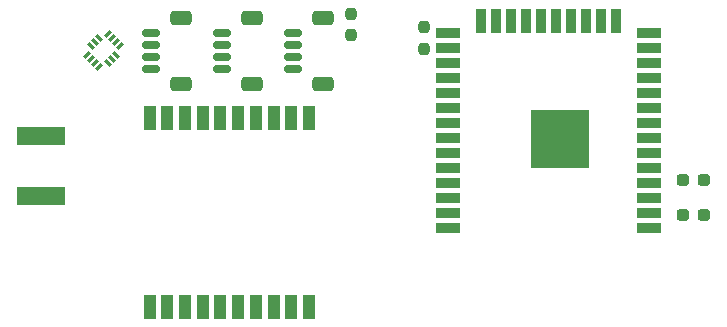
<source format=gbr>
%TF.GenerationSoftware,KiCad,Pcbnew,6.0.2+dfsg-1*%
%TF.CreationDate,2022-08-30T22:44:58-05:00*%
%TF.ProjectId,Rocket Tracker,526f636b-6574-4205-9472-61636b65722e,rev?*%
%TF.SameCoordinates,Original*%
%TF.FileFunction,Paste,Top*%
%TF.FilePolarity,Positive*%
%FSLAX46Y46*%
G04 Gerber Fmt 4.6, Leading zero omitted, Abs format (unit mm)*
G04 Created by KiCad (PCBNEW 6.0.2+dfsg-1) date 2022-08-30 22:44:58*
%MOMM*%
%LPD*%
G01*
G04 APERTURE LIST*
G04 Aperture macros list*
%AMRoundRect*
0 Rectangle with rounded corners*
0 $1 Rounding radius*
0 $2 $3 $4 $5 $6 $7 $8 $9 X,Y pos of 4 corners*
0 Add a 4 corners polygon primitive as box body*
4,1,4,$2,$3,$4,$5,$6,$7,$8,$9,$2,$3,0*
0 Add four circle primitives for the rounded corners*
1,1,$1+$1,$2,$3*
1,1,$1+$1,$4,$5*
1,1,$1+$1,$6,$7*
1,1,$1+$1,$8,$9*
0 Add four rect primitives between the rounded corners*
20,1,$1+$1,$2,$3,$4,$5,0*
20,1,$1+$1,$4,$5,$6,$7,0*
20,1,$1+$1,$6,$7,$8,$9,0*
20,1,$1+$1,$8,$9,$2,$3,0*%
%AMRotRect*
0 Rectangle, with rotation*
0 The origin of the aperture is its center*
0 $1 length*
0 $2 width*
0 $3 Rotation angle, in degrees counterclockwise*
0 Add horizontal line*
21,1,$1,$2,0,0,$3*%
G04 Aperture macros list end*
%ADD10RoundRect,0.237500X0.237500X-0.250000X0.237500X0.250000X-0.237500X0.250000X-0.237500X-0.250000X0*%
%ADD11RoundRect,0.237500X-0.237500X0.250000X-0.237500X-0.250000X0.237500X-0.250000X0.237500X0.250000X0*%
%ADD12RoundRect,0.150000X-0.625000X0.150000X-0.625000X-0.150000X0.625000X-0.150000X0.625000X0.150000X0*%
%ADD13RoundRect,0.250000X-0.650000X0.350000X-0.650000X-0.350000X0.650000X-0.350000X0.650000X0.350000X0*%
%ADD14R,1.000000X2.000000*%
%ADD15R,2.000000X0.900000*%
%ADD16R,0.900000X2.000000*%
%ADD17R,5.000000X5.000000*%
%ADD18RoundRect,0.237500X-0.287500X-0.237500X0.287500X-0.237500X0.287500X0.237500X-0.287500X0.237500X0*%
%ADD19RotRect,0.675000X0.250000X45.000000*%
%ADD20RotRect,0.250000X0.675000X45.000000*%
%ADD21R,4.060000X1.520000*%
G04 APERTURE END LIST*
D10*
%TO.C,R4*%
X98300000Y-88962500D03*
X98300000Y-87137500D03*
%TD*%
D11*
%TO.C,R3*%
X104450000Y-88287500D03*
X104450000Y-90112500D03*
%TD*%
D12*
%TO.C,J6*%
X81375000Y-88800000D03*
X81375000Y-89800000D03*
X81375000Y-90800000D03*
X81375000Y-91800000D03*
D13*
X83900000Y-87500000D03*
X83900000Y-93100000D03*
%TD*%
D14*
%TO.C,U3*%
X94750000Y-96000000D03*
X93250000Y-96000000D03*
X91750000Y-96000000D03*
X90250000Y-96000000D03*
X88750000Y-96000000D03*
X87250000Y-96000000D03*
X85750000Y-96000000D03*
X84250000Y-96000000D03*
X82750000Y-96000000D03*
X81250000Y-96000000D03*
X81250000Y-112000000D03*
X82750000Y-112000000D03*
X84250000Y-112000000D03*
X85750000Y-112000000D03*
X87250000Y-112000000D03*
X88750000Y-112000000D03*
X90250000Y-112000000D03*
X91750000Y-112000000D03*
X93250000Y-112000000D03*
X94750000Y-112000000D03*
%TD*%
D15*
%TO.C,U1*%
X123500000Y-105255000D03*
X123500000Y-103985000D03*
X123500000Y-102715000D03*
X123500000Y-101445000D03*
X123500000Y-100175000D03*
X123500000Y-98905000D03*
X123500000Y-97635000D03*
X123500000Y-96365000D03*
X123500000Y-95095000D03*
X123500000Y-93825000D03*
X123500000Y-92555000D03*
X123500000Y-91285000D03*
X123500000Y-90015000D03*
X123500000Y-88745000D03*
D16*
X120715000Y-87745000D03*
X119445000Y-87745000D03*
X118175000Y-87745000D03*
X116905000Y-87745000D03*
X115635000Y-87745000D03*
X114365000Y-87745000D03*
X113095000Y-87745000D03*
X111825000Y-87745000D03*
X110555000Y-87745000D03*
X109285000Y-87745000D03*
D15*
X106500000Y-88745000D03*
X106500000Y-90015000D03*
X106500000Y-91285000D03*
X106500000Y-92555000D03*
X106500000Y-93825000D03*
X106500000Y-95095000D03*
X106500000Y-96365000D03*
X106500000Y-97635000D03*
X106500000Y-98905000D03*
X106500000Y-100175000D03*
X106500000Y-101445000D03*
X106500000Y-102715000D03*
X106500000Y-103985000D03*
X106500000Y-105255000D03*
D17*
X116000000Y-97755000D03*
%TD*%
D12*
%TO.C,J7*%
X87375000Y-88800000D03*
X87375000Y-89800000D03*
X87375000Y-90800000D03*
X87375000Y-91800000D03*
D13*
X89900000Y-93100000D03*
X89900000Y-87500000D03*
%TD*%
D18*
%TO.C,D1*%
X126425000Y-101200000D03*
X128175000Y-101200000D03*
%TD*%
D12*
%TO.C,J8*%
X93375000Y-88800000D03*
X93375000Y-89800000D03*
X93375000Y-90800000D03*
X93375000Y-91800000D03*
D13*
X95900000Y-87500000D03*
X95900000Y-93100000D03*
%TD*%
D18*
%TO.C,D2*%
X126425000Y-104200000D03*
X128175000Y-104200000D03*
%TD*%
D19*
%TO.C,U4*%
X75926948Y-90612392D03*
X76280501Y-90965946D03*
X76634054Y-91319499D03*
X76987608Y-91673052D03*
D20*
X77712392Y-91319499D03*
X78065946Y-90965946D03*
X78419499Y-90612392D03*
D19*
X78773052Y-89887608D03*
X78419499Y-89534054D03*
X78065946Y-89180501D03*
X77712392Y-88826948D03*
D20*
X76987608Y-89180501D03*
X76634054Y-89534054D03*
X76280501Y-89887608D03*
%TD*%
D21*
%TO.C,J4*%
X72080000Y-102540000D03*
X72080000Y-97460000D03*
%TD*%
M02*

</source>
